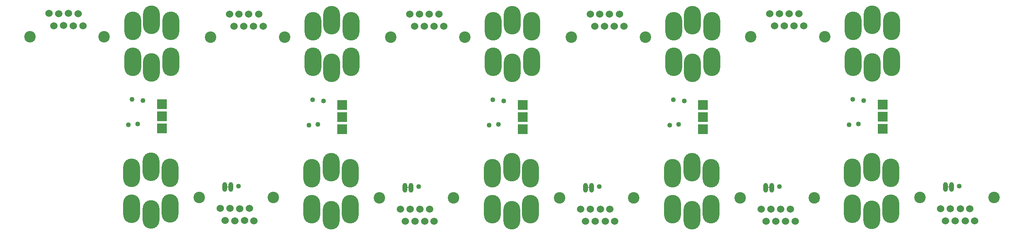
<source format=gbr>
%FSLAX23Y23*%
%MOIN*%
%ADD71O,0.03937X0.07874*%
%ADD19O,0.13780X0.23622*%
%ADD20R,0.02000X0.01000*%
%ADD14R,0.08000X0.08000*%
%ADD70C,0.04000*%
%ADD11C,0.06000*%
%ADD12C,0.09449*%
X000Y000D02*
D02*
D11*
X210Y1807D03*
X249Y1706D03*
X289Y1806D03*
X329Y1707D03*
X369Y1807D03*
X409Y1706D03*
X450Y1806D03*
X489Y1706D03*
X1617Y197D03*
X1657Y097D03*
X1694Y1803D03*
X1697Y197D03*
X1733Y1702D03*
X1737Y096D03*
X1773Y1803D03*
X1778Y196D03*
X1813Y1703D03*
X1818Y097D03*
X1853Y1803D03*
X1857Y197D03*
X1893Y1703D03*
X1896Y096D03*
X1934Y1803D03*
X1973Y1703D03*
X3101Y193D03*
X3141Y093D03*
X3179Y1803D03*
X3181Y193D03*
X3218Y1702D03*
X3221Y092D03*
X3258Y1803D03*
X3262Y192D03*
X3298Y1703D03*
X3302Y093D03*
X3338Y1803D03*
X3341Y193D03*
X3378Y1703D03*
X3380Y092D03*
X3419Y1803D03*
X3458Y1703D03*
X4586Y193D03*
X4626Y093D03*
X4664Y1803D03*
X4666Y193D03*
X4703Y1702D03*
X4706Y092D03*
X4743Y1803D03*
X4747Y192D03*
X4783Y1703D03*
X4787Y093D03*
X4823Y1803D03*
X4826Y193D03*
X4863Y1703D03*
X4865Y092D03*
X4904Y1803D03*
X4943Y1703D03*
X6071Y193D03*
X6111Y093D03*
X6143Y1806D03*
X6152Y193D03*
X6182Y1706D03*
X6191Y092D03*
X6222Y1806D03*
X6232Y192D03*
X6262Y1706D03*
X6272Y093D03*
X6302Y1806D03*
X6311Y193D03*
X6342Y1706D03*
X6351Y092D03*
X6383Y1806D03*
X6422Y1706D03*
X7550Y196D03*
X7590Y096D03*
X7630Y196D03*
X7670Y096D03*
X7711Y196D03*
X7751Y096D03*
X7790Y196D03*
X7829Y096D03*
D02*
D12*
X053Y1615D03*
X663D03*
X1444Y288D03*
X1537Y1612D03*
X2054Y288D03*
X2147Y1612D03*
X2928Y284D03*
X3022Y1612D03*
X3538Y284D03*
X3632Y1612D03*
X4413Y284D03*
X4507Y1612D03*
X5023Y284D03*
X5117Y1612D03*
X5898Y284D03*
X5986Y1615D03*
X6508Y284D03*
X6596Y1615D03*
X7377Y287D03*
X7987D03*
D02*
D14*
X1138Y857D03*
Y957D03*
Y1057D03*
X2622Y853D03*
Y953D03*
Y1053D03*
X4107Y853D03*
Y953D03*
Y1053D03*
X5592Y853D03*
Y953D03*
Y1053D03*
X7071Y856D03*
Y956D03*
Y1056D03*
D02*
D19*
X889Y196D03*
Y491D03*
X897Y1705D03*
X897Y1410D03*
X1048Y541D03*
X1048Y147D03*
X1052Y1755D03*
X1052Y1361D03*
X1204Y491D03*
X1204Y197D03*
X1211Y1410D03*
Y1705D03*
X2373Y193D03*
Y488D03*
X2381Y1701D03*
X2381Y1407D03*
X2532Y537D03*
X2532Y143D03*
X2536Y1751D03*
X2536Y1357D03*
X2688Y488D03*
X2688Y193D03*
X2695Y1407D03*
Y1701D03*
X3858Y193D03*
Y488D03*
X3866Y1701D03*
X3866Y1407D03*
X4017Y537D03*
X4017Y143D03*
X4021Y1751D03*
X4021Y1357D03*
X4173Y488D03*
X4173Y193D03*
X4181Y1407D03*
Y1701D03*
X5343Y193D03*
Y488D03*
X5351Y1701D03*
X5351Y1407D03*
X5502Y537D03*
X5503Y143D03*
X5506Y1751D03*
X5506Y1357D03*
X5658Y488D03*
X5658Y193D03*
X5666Y1407D03*
Y1701D03*
X6822Y196D03*
Y491D03*
X6830Y1704D03*
X6830Y1410D03*
X6981Y540D03*
X6981Y146D03*
X6985Y1755D03*
X6985Y1361D03*
X7137Y491D03*
X7137Y196D03*
X7144Y1410D03*
Y1705D03*
D02*
D70*
X863Y890D03*
X893Y1100D03*
X938Y895D03*
X983Y1090D03*
X1768Y382D03*
X2347Y886D03*
X2377Y1096D03*
X2422Y891D03*
X2467Y1086D03*
X3252Y378D03*
X3832Y886D03*
X3862Y1096D03*
X3907Y891D03*
X3952Y1086D03*
X4737Y378D03*
X5317Y886D03*
X5347Y1096D03*
X5392Y891D03*
X5437Y1086D03*
X6222Y378D03*
X6796Y889D03*
X6826Y1099D03*
X6871Y894D03*
X6916Y1089D03*
X7701Y381D03*
D02*
D71*
X1656Y374D03*
X1706D03*
X3140Y370D03*
X3190D03*
X4625D03*
X4675D03*
X6110D03*
X6160D03*
X7589Y374D03*
X7639D03*
D02*
D20*
X1681Y375D03*
X3165Y371D03*
X4650D03*
X6135D03*
X7614Y374D03*
X000Y000D02*
M02*

</source>
